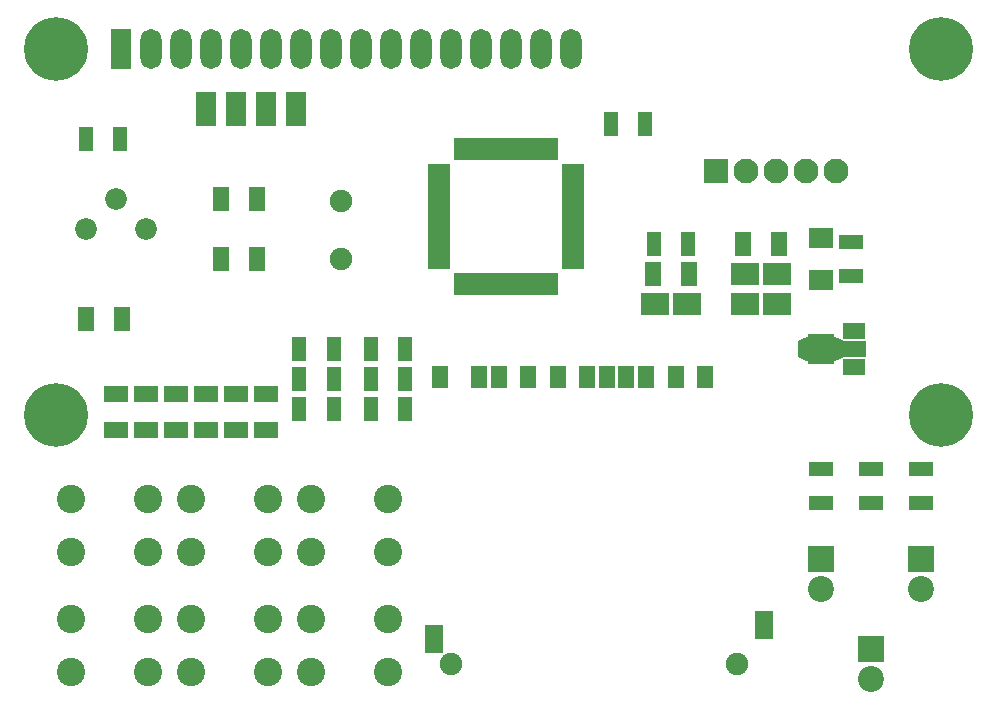
<source format=gts>
G04 #@! TF.FileFunction,Soldermask,Top*
%FSLAX46Y46*%
G04 Gerber Fmt 4.6, Leading zero omitted, Abs format (unit mm)*
G04 Created by KiCad (PCBNEW 4.0.7) date 11/26/17 13:54:13*
%MOMM*%
%LPD*%
G01*
G04 APERTURE LIST*
%ADD10C,0.100000*%
%ADD11R,1.400000X1.900000*%
%ADD12R,1.600000X2.400000*%
%ADD13C,1.900000*%
%ADD14R,1.900000X0.950000*%
%ADD15R,0.950000X1.900000*%
%ADD16C,2.400000*%
%ADD17R,1.300000X2.100000*%
%ADD18R,1.800000X3.400000*%
%ADD19O,1.800000X3.400000*%
%ADD20C,5.400000*%
%ADD21R,1.400000X2.000000*%
%ADD22R,2.000000X1.400000*%
%ADD23R,2.350000X1.900000*%
%ADD24R,2.200000X2.200000*%
%ADD25C,2.200000*%
%ADD26R,2.100000X1.700000*%
%ADD27R,2.100000X2.100000*%
%ADD28C,2.100000*%
%ADD29C,1.840000*%
%ADD30R,2.100000X1.300000*%
%ADD31R,1.900000X1.400000*%
%ADD32R,2.200000X1.400000*%
%ADD33R,2.240000X2.600000*%
%ADD34R,1.670000X2.940000*%
G04 APERTURE END LIST*
D10*
D11*
X141700000Y-101410000D03*
X145050000Y-101410000D03*
X146750000Y-101410000D03*
X149180000Y-101410000D03*
X151680000Y-101410000D03*
X154180000Y-101410000D03*
X155830000Y-101410000D03*
X157480000Y-101410000D03*
X159180000Y-101410000D03*
X161680000Y-101410000D03*
X164180000Y-101410000D03*
D12*
X141180000Y-123620000D03*
X169180000Y-122420000D03*
D13*
X142680000Y-125720000D03*
X166880000Y-125720000D03*
D14*
X141620000Y-83820000D03*
X141620000Y-84620000D03*
X141620000Y-85420000D03*
X141620000Y-86220000D03*
X141620000Y-87020000D03*
X141620000Y-87820000D03*
X141620000Y-88620000D03*
X141620000Y-89420000D03*
X141620000Y-90220000D03*
X141620000Y-91020000D03*
X141620000Y-91820000D03*
D15*
X143320000Y-93520000D03*
X144120000Y-93520000D03*
X144920000Y-93520000D03*
X145720000Y-93520000D03*
X146520000Y-93520000D03*
X147320000Y-93520000D03*
X148120000Y-93520000D03*
X148920000Y-93520000D03*
X149720000Y-93520000D03*
X150520000Y-93520000D03*
X151320000Y-93520000D03*
D14*
X153020000Y-91820000D03*
X153020000Y-91020000D03*
X153020000Y-90220000D03*
X153020000Y-89420000D03*
X153020000Y-88620000D03*
X153020000Y-87820000D03*
X153020000Y-87020000D03*
X153020000Y-86220000D03*
X153020000Y-85420000D03*
X153020000Y-84620000D03*
X153020000Y-83820000D03*
D15*
X151320000Y-82120000D03*
X150520000Y-82120000D03*
X149720000Y-82120000D03*
X148920000Y-82120000D03*
X148120000Y-82120000D03*
X147320000Y-82120000D03*
X146520000Y-82120000D03*
X145720000Y-82120000D03*
X144920000Y-82120000D03*
X144120000Y-82120000D03*
X143320000Y-82120000D03*
D16*
X110490000Y-126420000D03*
X110490000Y-121920000D03*
X116990000Y-126420000D03*
X116990000Y-121920000D03*
D17*
X138790000Y-101600000D03*
X135890000Y-101600000D03*
D13*
X133350000Y-91440000D03*
X133350000Y-86560000D03*
D18*
X114680000Y-73620000D03*
D19*
X117220000Y-73620000D03*
X119760000Y-73620000D03*
X122300000Y-73620000D03*
X124840000Y-73620000D03*
X127380000Y-73620000D03*
X129920000Y-73620000D03*
X132460000Y-73620000D03*
X135000000Y-73620000D03*
X137540000Y-73620000D03*
X140080000Y-73620000D03*
X142620000Y-73620000D03*
X145160000Y-73620000D03*
X147700000Y-73620000D03*
X150240000Y-73620000D03*
X152780000Y-73620000D03*
D20*
X109180000Y-73620000D03*
X109180000Y-104620000D03*
X184180000Y-73620000D03*
X184180000Y-104620000D03*
D21*
X123190000Y-86360000D03*
X126190000Y-86360000D03*
X123190000Y-91440000D03*
X126190000Y-91440000D03*
X159790000Y-92710000D03*
X162790000Y-92710000D03*
D22*
X127000000Y-105870000D03*
X127000000Y-102870000D03*
X121920000Y-105870000D03*
X121920000Y-102870000D03*
X119380000Y-105870000D03*
X119380000Y-102870000D03*
X116840000Y-105870000D03*
X116840000Y-102870000D03*
X114300000Y-105870000D03*
X114300000Y-102870000D03*
X124460000Y-105870000D03*
X124460000Y-102870000D03*
D21*
X111760000Y-96520000D03*
X114760000Y-96520000D03*
D23*
X159915000Y-95250000D03*
X162665000Y-95250000D03*
X170285000Y-95250000D03*
X167535000Y-95250000D03*
X170285000Y-92710000D03*
X167535000Y-92710000D03*
D21*
X170410000Y-90170000D03*
X167410000Y-90170000D03*
D24*
X178230000Y-124460000D03*
D25*
X178230000Y-127000000D03*
D24*
X173990000Y-116840000D03*
D25*
X173990000Y-119380000D03*
D24*
X182450000Y-116840000D03*
D25*
X182450000Y-119380000D03*
D26*
X173990000Y-93190000D03*
X173990000Y-89690000D03*
D16*
X110490000Y-116260000D03*
X110490000Y-111760000D03*
X116990000Y-116260000D03*
X116990000Y-111760000D03*
X120650000Y-116260000D03*
X120650000Y-111760000D03*
X127150000Y-116260000D03*
X127150000Y-111760000D03*
X120650000Y-126420000D03*
X120650000Y-121920000D03*
X127150000Y-126420000D03*
X127150000Y-121920000D03*
X130810000Y-126420000D03*
X130810000Y-121920000D03*
X137310000Y-126420000D03*
X137310000Y-121920000D03*
X130810000Y-116260000D03*
X130810000Y-111760000D03*
X137310000Y-116260000D03*
X137310000Y-111760000D03*
D27*
X165100000Y-84000000D03*
D28*
X167640000Y-84000000D03*
X170180000Y-84000000D03*
X172720000Y-84000000D03*
X175260000Y-84000000D03*
D29*
X111760000Y-88900000D03*
X114300000Y-86360000D03*
X116840000Y-88900000D03*
D17*
X159840000Y-90170000D03*
X162740000Y-90170000D03*
X156210000Y-80010000D03*
X159110000Y-80010000D03*
X111760000Y-81280000D03*
X114660000Y-81280000D03*
D30*
X178230000Y-112120000D03*
X178230000Y-109220000D03*
X173990000Y-112120000D03*
X173990000Y-109220000D03*
X182450000Y-112120000D03*
X182450000Y-109220000D03*
D17*
X138790000Y-104140000D03*
X135890000Y-104140000D03*
X138790000Y-99060000D03*
X135890000Y-99060000D03*
X132715000Y-104140000D03*
X129815000Y-104140000D03*
X132715000Y-101600000D03*
X129815000Y-101600000D03*
X132715000Y-99060000D03*
X129815000Y-99060000D03*
D30*
X176530000Y-89990000D03*
X176530000Y-92890000D03*
D10*
G36*
X173281500Y-100360000D02*
X172031500Y-99760000D01*
X172031500Y-98360000D01*
X173281500Y-97760000D01*
X173281500Y-100360000D01*
X173281500Y-100360000D01*
G37*
D31*
X176803500Y-100560000D03*
D32*
X176657000Y-99060000D03*
D31*
X176803500Y-97560000D03*
D33*
X173990000Y-99060000D03*
D10*
G36*
X174699700Y-97760000D02*
X176099700Y-98460000D01*
X176099700Y-99660000D01*
X174699700Y-100360000D01*
X174699700Y-97760000D01*
X174699700Y-97760000D01*
G37*
D34*
X129540000Y-78740000D03*
X127000000Y-78740000D03*
X124460000Y-78740000D03*
X121920000Y-78740000D03*
M02*

</source>
